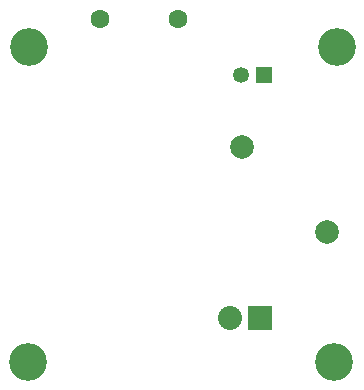
<source format=gbs>
G04 #@! TF.FileFunction,Soldermask,Bot*
%FSLAX46Y46*%
G04 Gerber Fmt 4.6, Leading zero omitted, Abs format (unit mm)*
G04 Created by KiCad (PCBNEW 4.0.2-stable) date Tuesday, November 15, 2016 'AMt' 11:42:37 AM*
%MOMM*%
G01*
G04 APERTURE LIST*
%ADD10C,0.100000*%
%ADD11C,3.200000*%
%ADD12R,2.032000X2.032000*%
%ADD13O,2.032000X2.032000*%
%ADD14R,1.350000X1.350000*%
%ADD15C,1.350000*%
%ADD16C,1.998980*%
%ADD17C,1.600000*%
G04 APERTURE END LIST*
D10*
D11*
X164846000Y-114300000D03*
X138938000Y-114300000D03*
X139065000Y-87630000D03*
D12*
X158623000Y-110617000D03*
D13*
X156083000Y-110617000D03*
D14*
X158988000Y-90043000D03*
D15*
X156988000Y-90043000D03*
D16*
X157099000Y-96139000D03*
X164283205Y-103323205D03*
D11*
X165100000Y-87630000D03*
D17*
X151636000Y-85267800D03*
X145036000Y-85267800D03*
M02*

</source>
